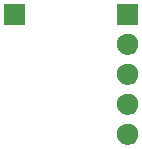
<source format=gbr>
G04 #@! TF.GenerationSoftware,KiCad,Pcbnew,(5.1.5-0-10_14)*
G04 #@! TF.CreationDate,2020-05-09T22:19:51-06:00*
G04 #@! TF.ProjectId,business_card_v1,62757369-6e65-4737-935f-636172645f76,rev?*
G04 #@! TF.SameCoordinates,Original*
G04 #@! TF.FileFunction,Soldermask,Bot*
G04 #@! TF.FilePolarity,Negative*
%FSLAX46Y46*%
G04 Gerber Fmt 4.6, Leading zero omitted, Abs format (unit mm)*
G04 Created by KiCad (PCBNEW (5.1.5-0-10_14)) date 2020-05-09 22:19:51*
%MOMM*%
%LPD*%
G04 APERTURE LIST*
%ADD10C,0.100000*%
G04 APERTURE END LIST*
D10*
G36*
X132193512Y-125786427D02*
G01*
X132342812Y-125816124D01*
X132506784Y-125884044D01*
X132654354Y-125982647D01*
X132779853Y-126108146D01*
X132878456Y-126255716D01*
X132946376Y-126419688D01*
X132981000Y-126593759D01*
X132981000Y-126771241D01*
X132946376Y-126945312D01*
X132878456Y-127109284D01*
X132779853Y-127256854D01*
X132654354Y-127382353D01*
X132506784Y-127480956D01*
X132342812Y-127548876D01*
X132193512Y-127578573D01*
X132168742Y-127583500D01*
X131991258Y-127583500D01*
X131966488Y-127578573D01*
X131817188Y-127548876D01*
X131653216Y-127480956D01*
X131505646Y-127382353D01*
X131380147Y-127256854D01*
X131281544Y-127109284D01*
X131213624Y-126945312D01*
X131179000Y-126771241D01*
X131179000Y-126593759D01*
X131213624Y-126419688D01*
X131281544Y-126255716D01*
X131380147Y-126108146D01*
X131505646Y-125982647D01*
X131653216Y-125884044D01*
X131817188Y-125816124D01*
X131966488Y-125786427D01*
X131991258Y-125781500D01*
X132168742Y-125781500D01*
X132193512Y-125786427D01*
G37*
G36*
X132193512Y-123246427D02*
G01*
X132342812Y-123276124D01*
X132506784Y-123344044D01*
X132654354Y-123442647D01*
X132779853Y-123568146D01*
X132878456Y-123715716D01*
X132946376Y-123879688D01*
X132981000Y-124053759D01*
X132981000Y-124231241D01*
X132946376Y-124405312D01*
X132878456Y-124569284D01*
X132779853Y-124716854D01*
X132654354Y-124842353D01*
X132506784Y-124940956D01*
X132342812Y-125008876D01*
X132193512Y-125038573D01*
X132168742Y-125043500D01*
X131991258Y-125043500D01*
X131966488Y-125038573D01*
X131817188Y-125008876D01*
X131653216Y-124940956D01*
X131505646Y-124842353D01*
X131380147Y-124716854D01*
X131281544Y-124569284D01*
X131213624Y-124405312D01*
X131179000Y-124231241D01*
X131179000Y-124053759D01*
X131213624Y-123879688D01*
X131281544Y-123715716D01*
X131380147Y-123568146D01*
X131505646Y-123442647D01*
X131653216Y-123344044D01*
X131817188Y-123276124D01*
X131966488Y-123246427D01*
X131991258Y-123241500D01*
X132168742Y-123241500D01*
X132193512Y-123246427D01*
G37*
G36*
X132193512Y-120706427D02*
G01*
X132342812Y-120736124D01*
X132506784Y-120804044D01*
X132654354Y-120902647D01*
X132779853Y-121028146D01*
X132878456Y-121175716D01*
X132946376Y-121339688D01*
X132981000Y-121513759D01*
X132981000Y-121691241D01*
X132946376Y-121865312D01*
X132878456Y-122029284D01*
X132779853Y-122176854D01*
X132654354Y-122302353D01*
X132506784Y-122400956D01*
X132342812Y-122468876D01*
X132193512Y-122498573D01*
X132168742Y-122503500D01*
X131991258Y-122503500D01*
X131966488Y-122498573D01*
X131817188Y-122468876D01*
X131653216Y-122400956D01*
X131505646Y-122302353D01*
X131380147Y-122176854D01*
X131281544Y-122029284D01*
X131213624Y-121865312D01*
X131179000Y-121691241D01*
X131179000Y-121513759D01*
X131213624Y-121339688D01*
X131281544Y-121175716D01*
X131380147Y-121028146D01*
X131505646Y-120902647D01*
X131653216Y-120804044D01*
X131817188Y-120736124D01*
X131966488Y-120706427D01*
X131991258Y-120701500D01*
X132168742Y-120701500D01*
X132193512Y-120706427D01*
G37*
G36*
X132193512Y-118166427D02*
G01*
X132342812Y-118196124D01*
X132506784Y-118264044D01*
X132654354Y-118362647D01*
X132779853Y-118488146D01*
X132878456Y-118635716D01*
X132946376Y-118799688D01*
X132981000Y-118973759D01*
X132981000Y-119151241D01*
X132946376Y-119325312D01*
X132878456Y-119489284D01*
X132779853Y-119636854D01*
X132654354Y-119762353D01*
X132506784Y-119860956D01*
X132342812Y-119928876D01*
X132193512Y-119958573D01*
X132168742Y-119963500D01*
X131991258Y-119963500D01*
X131966488Y-119958573D01*
X131817188Y-119928876D01*
X131653216Y-119860956D01*
X131505646Y-119762353D01*
X131380147Y-119636854D01*
X131281544Y-119489284D01*
X131213624Y-119325312D01*
X131179000Y-119151241D01*
X131179000Y-118973759D01*
X131213624Y-118799688D01*
X131281544Y-118635716D01*
X131380147Y-118488146D01*
X131505646Y-118362647D01*
X131653216Y-118264044D01*
X131817188Y-118196124D01*
X131966488Y-118166427D01*
X131991258Y-118161500D01*
X132168742Y-118161500D01*
X132193512Y-118166427D01*
G37*
G36*
X132981000Y-117423500D02*
G01*
X131179000Y-117423500D01*
X131179000Y-115621500D01*
X132981000Y-115621500D01*
X132981000Y-117423500D01*
G37*
G36*
X123405200Y-117423500D02*
G01*
X121603200Y-117423500D01*
X121603200Y-115621500D01*
X123405200Y-115621500D01*
X123405200Y-117423500D01*
G37*
M02*

</source>
